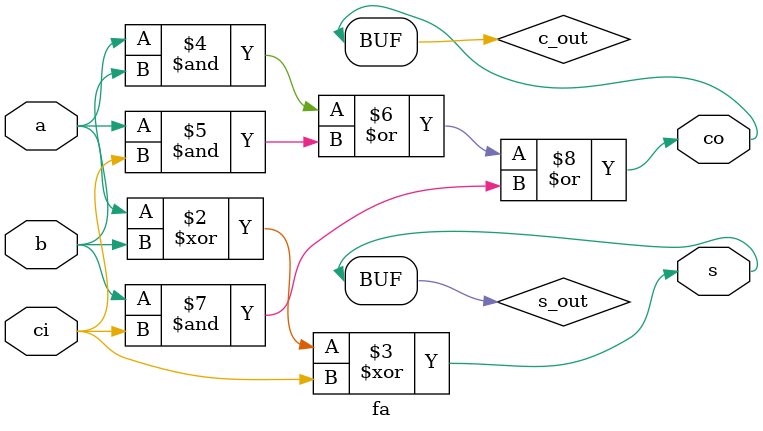
<source format=v>
module fa(
input a,input b,input ci, output s, output co
);

reg s_out,c_out;

always @(*)
begin
s_out=a^b^ci;
c_out=a&b|a&ci|b&ci;
end

assign s=s_out;
assign co=c_out;

endmodule


 
</source>
